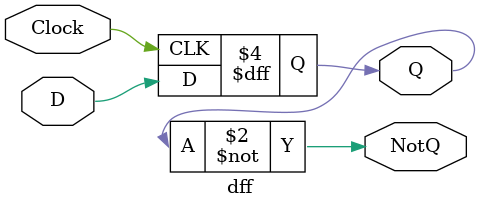
<source format=v>
module dff(
    input D, Clock,
    output reg Q,
    output NotQ
);

    initial begin
        Q <= 0;
    end

    always @(posedge Clock)
        begin
            Q <= D;
         end

    assign NotQ = ~Q;
endmodule

</source>
